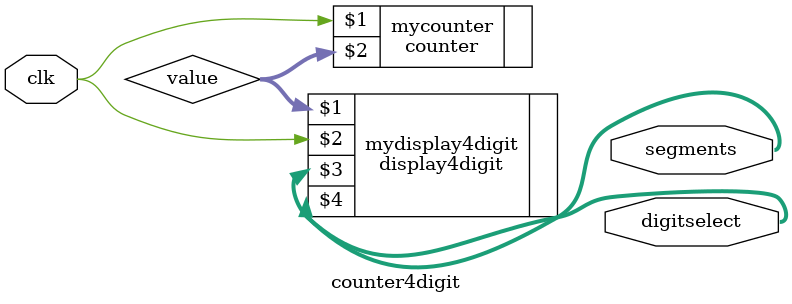
<source format=sv>
`timescale 1ns / 1ps


    module counter4digit(
        input wire clk,
        output logic[7:0]segments,
        output logic [7:0]digitselect
        );
        
        wire [15:0] value;

        counter mycounter(clk, value);   
        display4digit mydisplay4digit(value, clk, segments, digitselect);
     
    endmodule

</source>
